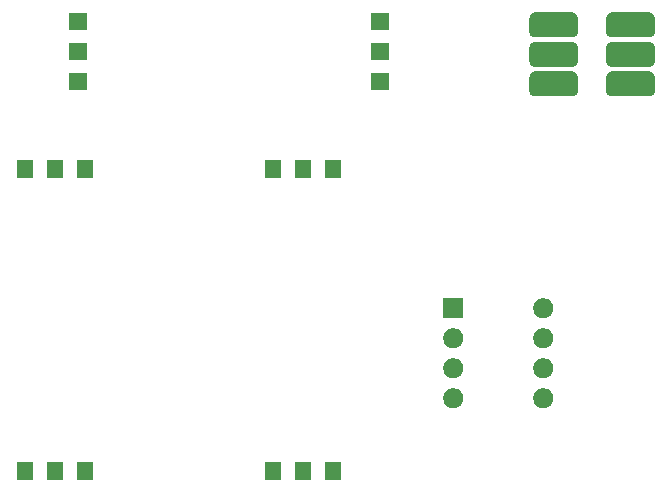
<source format=gbr>
G04 #@! TF.GenerationSoftware,KiCad,Pcbnew,5.1.5+dfsg1-2build2*
G04 #@! TF.CreationDate,2021-12-20T12:08:05-03:00*
G04 #@! TF.ProjectId,prueba,70727565-6261-42e6-9b69-6361645f7063,rev?*
G04 #@! TF.SameCoordinates,Original*
G04 #@! TF.FileFunction,Soldermask,Bot*
G04 #@! TF.FilePolarity,Negative*
%FSLAX46Y46*%
G04 Gerber Fmt 4.6, Leading zero omitted, Abs format (unit mm)*
G04 Created by KiCad (PCBNEW 5.1.5+dfsg1-2build2) date 2021-12-20 12:08:05*
%MOMM*%
%LPD*%
G04 APERTURE LIST*
%ADD10C,0.100000*%
G04 APERTURE END LIST*
D10*
G36*
X128431000Y-89521000D02*
G01*
X127029000Y-89521000D01*
X127029000Y-88019000D01*
X128431000Y-88019000D01*
X128431000Y-89521000D01*
G37*
G36*
X130971000Y-89521000D02*
G01*
X129569000Y-89521000D01*
X129569000Y-88019000D01*
X130971000Y-88019000D01*
X130971000Y-89521000D01*
G37*
G36*
X112511000Y-89521000D02*
G01*
X111109000Y-89521000D01*
X111109000Y-88019000D01*
X112511000Y-88019000D01*
X112511000Y-89521000D01*
G37*
G36*
X109971000Y-89521000D02*
G01*
X108569000Y-89521000D01*
X108569000Y-88019000D01*
X109971000Y-88019000D01*
X109971000Y-89521000D01*
G37*
G36*
X107431000Y-89521000D02*
G01*
X106029000Y-89521000D01*
X106029000Y-88019000D01*
X107431000Y-88019000D01*
X107431000Y-89521000D01*
G37*
G36*
X133511000Y-89521000D02*
G01*
X132109000Y-89521000D01*
X132109000Y-88019000D01*
X133511000Y-88019000D01*
X133511000Y-89521000D01*
G37*
G36*
X150868228Y-81801703D02*
G01*
X151023100Y-81865853D01*
X151162481Y-81958985D01*
X151281015Y-82077519D01*
X151374147Y-82216900D01*
X151438297Y-82371772D01*
X151471000Y-82536184D01*
X151471000Y-82703816D01*
X151438297Y-82868228D01*
X151374147Y-83023100D01*
X151281015Y-83162481D01*
X151162481Y-83281015D01*
X151023100Y-83374147D01*
X150868228Y-83438297D01*
X150703816Y-83471000D01*
X150536184Y-83471000D01*
X150371772Y-83438297D01*
X150216900Y-83374147D01*
X150077519Y-83281015D01*
X149958985Y-83162481D01*
X149865853Y-83023100D01*
X149801703Y-82868228D01*
X149769000Y-82703816D01*
X149769000Y-82536184D01*
X149801703Y-82371772D01*
X149865853Y-82216900D01*
X149958985Y-82077519D01*
X150077519Y-81958985D01*
X150216900Y-81865853D01*
X150371772Y-81801703D01*
X150536184Y-81769000D01*
X150703816Y-81769000D01*
X150868228Y-81801703D01*
G37*
G36*
X143248228Y-81801703D02*
G01*
X143403100Y-81865853D01*
X143542481Y-81958985D01*
X143661015Y-82077519D01*
X143754147Y-82216900D01*
X143818297Y-82371772D01*
X143851000Y-82536184D01*
X143851000Y-82703816D01*
X143818297Y-82868228D01*
X143754147Y-83023100D01*
X143661015Y-83162481D01*
X143542481Y-83281015D01*
X143403100Y-83374147D01*
X143248228Y-83438297D01*
X143083816Y-83471000D01*
X142916184Y-83471000D01*
X142751772Y-83438297D01*
X142596900Y-83374147D01*
X142457519Y-83281015D01*
X142338985Y-83162481D01*
X142245853Y-83023100D01*
X142181703Y-82868228D01*
X142149000Y-82703816D01*
X142149000Y-82536184D01*
X142181703Y-82371772D01*
X142245853Y-82216900D01*
X142338985Y-82077519D01*
X142457519Y-81958985D01*
X142596900Y-81865853D01*
X142751772Y-81801703D01*
X142916184Y-81769000D01*
X143083816Y-81769000D01*
X143248228Y-81801703D01*
G37*
G36*
X143248228Y-79261703D02*
G01*
X143403100Y-79325853D01*
X143542481Y-79418985D01*
X143661015Y-79537519D01*
X143754147Y-79676900D01*
X143818297Y-79831772D01*
X143851000Y-79996184D01*
X143851000Y-80163816D01*
X143818297Y-80328228D01*
X143754147Y-80483100D01*
X143661015Y-80622481D01*
X143542481Y-80741015D01*
X143403100Y-80834147D01*
X143248228Y-80898297D01*
X143083816Y-80931000D01*
X142916184Y-80931000D01*
X142751772Y-80898297D01*
X142596900Y-80834147D01*
X142457519Y-80741015D01*
X142338985Y-80622481D01*
X142245853Y-80483100D01*
X142181703Y-80328228D01*
X142149000Y-80163816D01*
X142149000Y-79996184D01*
X142181703Y-79831772D01*
X142245853Y-79676900D01*
X142338985Y-79537519D01*
X142457519Y-79418985D01*
X142596900Y-79325853D01*
X142751772Y-79261703D01*
X142916184Y-79229000D01*
X143083816Y-79229000D01*
X143248228Y-79261703D01*
G37*
G36*
X150868228Y-79261703D02*
G01*
X151023100Y-79325853D01*
X151162481Y-79418985D01*
X151281015Y-79537519D01*
X151374147Y-79676900D01*
X151438297Y-79831772D01*
X151471000Y-79996184D01*
X151471000Y-80163816D01*
X151438297Y-80328228D01*
X151374147Y-80483100D01*
X151281015Y-80622481D01*
X151162481Y-80741015D01*
X151023100Y-80834147D01*
X150868228Y-80898297D01*
X150703816Y-80931000D01*
X150536184Y-80931000D01*
X150371772Y-80898297D01*
X150216900Y-80834147D01*
X150077519Y-80741015D01*
X149958985Y-80622481D01*
X149865853Y-80483100D01*
X149801703Y-80328228D01*
X149769000Y-80163816D01*
X149769000Y-79996184D01*
X149801703Y-79831772D01*
X149865853Y-79676900D01*
X149958985Y-79537519D01*
X150077519Y-79418985D01*
X150216900Y-79325853D01*
X150371772Y-79261703D01*
X150536184Y-79229000D01*
X150703816Y-79229000D01*
X150868228Y-79261703D01*
G37*
G36*
X143248228Y-76721703D02*
G01*
X143403100Y-76785853D01*
X143542481Y-76878985D01*
X143661015Y-76997519D01*
X143754147Y-77136900D01*
X143818297Y-77291772D01*
X143851000Y-77456184D01*
X143851000Y-77623816D01*
X143818297Y-77788228D01*
X143754147Y-77943100D01*
X143661015Y-78082481D01*
X143542481Y-78201015D01*
X143403100Y-78294147D01*
X143248228Y-78358297D01*
X143083816Y-78391000D01*
X142916184Y-78391000D01*
X142751772Y-78358297D01*
X142596900Y-78294147D01*
X142457519Y-78201015D01*
X142338985Y-78082481D01*
X142245853Y-77943100D01*
X142181703Y-77788228D01*
X142149000Y-77623816D01*
X142149000Y-77456184D01*
X142181703Y-77291772D01*
X142245853Y-77136900D01*
X142338985Y-76997519D01*
X142457519Y-76878985D01*
X142596900Y-76785853D01*
X142751772Y-76721703D01*
X142916184Y-76689000D01*
X143083816Y-76689000D01*
X143248228Y-76721703D01*
G37*
G36*
X150868228Y-76721703D02*
G01*
X151023100Y-76785853D01*
X151162481Y-76878985D01*
X151281015Y-76997519D01*
X151374147Y-77136900D01*
X151438297Y-77291772D01*
X151471000Y-77456184D01*
X151471000Y-77623816D01*
X151438297Y-77788228D01*
X151374147Y-77943100D01*
X151281015Y-78082481D01*
X151162481Y-78201015D01*
X151023100Y-78294147D01*
X150868228Y-78358297D01*
X150703816Y-78391000D01*
X150536184Y-78391000D01*
X150371772Y-78358297D01*
X150216900Y-78294147D01*
X150077519Y-78201015D01*
X149958985Y-78082481D01*
X149865853Y-77943100D01*
X149801703Y-77788228D01*
X149769000Y-77623816D01*
X149769000Y-77456184D01*
X149801703Y-77291772D01*
X149865853Y-77136900D01*
X149958985Y-76997519D01*
X150077519Y-76878985D01*
X150216900Y-76785853D01*
X150371772Y-76721703D01*
X150536184Y-76689000D01*
X150703816Y-76689000D01*
X150868228Y-76721703D01*
G37*
G36*
X150868228Y-74181703D02*
G01*
X151023100Y-74245853D01*
X151162481Y-74338985D01*
X151281015Y-74457519D01*
X151374147Y-74596900D01*
X151438297Y-74751772D01*
X151471000Y-74916184D01*
X151471000Y-75083816D01*
X151438297Y-75248228D01*
X151374147Y-75403100D01*
X151281015Y-75542481D01*
X151162481Y-75661015D01*
X151023100Y-75754147D01*
X150868228Y-75818297D01*
X150703816Y-75851000D01*
X150536184Y-75851000D01*
X150371772Y-75818297D01*
X150216900Y-75754147D01*
X150077519Y-75661015D01*
X149958985Y-75542481D01*
X149865853Y-75403100D01*
X149801703Y-75248228D01*
X149769000Y-75083816D01*
X149769000Y-74916184D01*
X149801703Y-74751772D01*
X149865853Y-74596900D01*
X149958985Y-74457519D01*
X150077519Y-74338985D01*
X150216900Y-74245853D01*
X150371772Y-74181703D01*
X150536184Y-74149000D01*
X150703816Y-74149000D01*
X150868228Y-74181703D01*
G37*
G36*
X143851000Y-75851000D02*
G01*
X142149000Y-75851000D01*
X142149000Y-74149000D01*
X143851000Y-74149000D01*
X143851000Y-75851000D01*
G37*
G36*
X112511000Y-63981000D02*
G01*
X111109000Y-63981000D01*
X111109000Y-62479000D01*
X112511000Y-62479000D01*
X112511000Y-63981000D01*
G37*
G36*
X109971000Y-63981000D02*
G01*
X108569000Y-63981000D01*
X108569000Y-62479000D01*
X109971000Y-62479000D01*
X109971000Y-63981000D01*
G37*
G36*
X128431000Y-63981000D02*
G01*
X127029000Y-63981000D01*
X127029000Y-62479000D01*
X128431000Y-62479000D01*
X128431000Y-63981000D01*
G37*
G36*
X107431000Y-63981000D02*
G01*
X106029000Y-63981000D01*
X106029000Y-62479000D01*
X107431000Y-62479000D01*
X107431000Y-63981000D01*
G37*
G36*
X133511000Y-63981000D02*
G01*
X132109000Y-63981000D01*
X132109000Y-62479000D01*
X133511000Y-62479000D01*
X133511000Y-63981000D01*
G37*
G36*
X130971000Y-63981000D02*
G01*
X129569000Y-63981000D01*
X129569000Y-62479000D01*
X130971000Y-62479000D01*
X130971000Y-63981000D01*
G37*
G36*
X153178210Y-54958489D02*
G01*
X153264950Y-54984802D01*
X153344889Y-55027530D01*
X153414962Y-55085038D01*
X153472470Y-55155111D01*
X153515198Y-55235050D01*
X153541511Y-55321790D01*
X153551000Y-55418140D01*
X153551000Y-56581860D01*
X153541511Y-56678210D01*
X153515198Y-56764950D01*
X153472470Y-56844889D01*
X153414962Y-56914962D01*
X153344889Y-56972470D01*
X153264950Y-57015198D01*
X153178210Y-57041511D01*
X153081860Y-57051000D01*
X149918140Y-57051000D01*
X149821790Y-57041511D01*
X149735050Y-57015198D01*
X149655111Y-56972470D01*
X149585038Y-56914962D01*
X149527530Y-56844889D01*
X149484802Y-56764950D01*
X149458489Y-56678210D01*
X149449000Y-56581860D01*
X149449000Y-55418140D01*
X149458489Y-55321790D01*
X149484802Y-55235050D01*
X149527530Y-55155111D01*
X149585038Y-55085038D01*
X149655111Y-55027530D01*
X149735050Y-54984802D01*
X149821790Y-54958489D01*
X149918140Y-54949000D01*
X153081860Y-54949000D01*
X153178210Y-54958489D01*
G37*
G36*
X159678210Y-54958489D02*
G01*
X159764950Y-54984802D01*
X159844889Y-55027530D01*
X159914962Y-55085038D01*
X159972470Y-55155111D01*
X160015198Y-55235050D01*
X160041511Y-55321790D01*
X160051000Y-55418140D01*
X160051000Y-56581860D01*
X160041511Y-56678210D01*
X160015198Y-56764950D01*
X159972470Y-56844889D01*
X159914962Y-56914962D01*
X159844889Y-56972470D01*
X159764950Y-57015198D01*
X159678210Y-57041511D01*
X159581860Y-57051000D01*
X156418140Y-57051000D01*
X156321790Y-57041511D01*
X156235050Y-57015198D01*
X156155111Y-56972470D01*
X156085038Y-56914962D01*
X156027530Y-56844889D01*
X155984802Y-56764950D01*
X155958489Y-56678210D01*
X155949000Y-56581860D01*
X155949000Y-55418140D01*
X155958489Y-55321790D01*
X155984802Y-55235050D01*
X156027530Y-55155111D01*
X156085038Y-55085038D01*
X156155111Y-55027530D01*
X156235050Y-54984802D01*
X156321790Y-54958489D01*
X156418140Y-54949000D01*
X159581860Y-54949000D01*
X159678210Y-54958489D01*
G37*
G36*
X137521000Y-56511000D02*
G01*
X136019000Y-56511000D01*
X136019000Y-55109000D01*
X137521000Y-55109000D01*
X137521000Y-56511000D01*
G37*
G36*
X111981000Y-56511000D02*
G01*
X110479000Y-56511000D01*
X110479000Y-55109000D01*
X111981000Y-55109000D01*
X111981000Y-56511000D01*
G37*
G36*
X159678210Y-52458489D02*
G01*
X159764950Y-52484802D01*
X159844889Y-52527530D01*
X159914962Y-52585038D01*
X159972470Y-52655111D01*
X160015198Y-52735050D01*
X160041511Y-52821790D01*
X160051000Y-52918140D01*
X160051000Y-54081860D01*
X160041511Y-54178210D01*
X160015198Y-54264950D01*
X159972470Y-54344889D01*
X159914962Y-54414962D01*
X159844889Y-54472470D01*
X159764950Y-54515198D01*
X159678210Y-54541511D01*
X159581860Y-54551000D01*
X156418140Y-54551000D01*
X156321790Y-54541511D01*
X156235050Y-54515198D01*
X156155111Y-54472470D01*
X156085038Y-54414962D01*
X156027530Y-54344889D01*
X155984802Y-54264950D01*
X155958489Y-54178210D01*
X155949000Y-54081860D01*
X155949000Y-52918140D01*
X155958489Y-52821790D01*
X155984802Y-52735050D01*
X156027530Y-52655111D01*
X156085038Y-52585038D01*
X156155111Y-52527530D01*
X156235050Y-52484802D01*
X156321790Y-52458489D01*
X156418140Y-52449000D01*
X159581860Y-52449000D01*
X159678210Y-52458489D01*
G37*
G36*
X153178210Y-52458489D02*
G01*
X153264950Y-52484802D01*
X153344889Y-52527530D01*
X153414962Y-52585038D01*
X153472470Y-52655111D01*
X153515198Y-52735050D01*
X153541511Y-52821790D01*
X153551000Y-52918140D01*
X153551000Y-54081860D01*
X153541511Y-54178210D01*
X153515198Y-54264950D01*
X153472470Y-54344889D01*
X153414962Y-54414962D01*
X153344889Y-54472470D01*
X153264950Y-54515198D01*
X153178210Y-54541511D01*
X153081860Y-54551000D01*
X149918140Y-54551000D01*
X149821790Y-54541511D01*
X149735050Y-54515198D01*
X149655111Y-54472470D01*
X149585038Y-54414962D01*
X149527530Y-54344889D01*
X149484802Y-54264950D01*
X149458489Y-54178210D01*
X149449000Y-54081860D01*
X149449000Y-52918140D01*
X149458489Y-52821790D01*
X149484802Y-52735050D01*
X149527530Y-52655111D01*
X149585038Y-52585038D01*
X149655111Y-52527530D01*
X149735050Y-52484802D01*
X149821790Y-52458489D01*
X149918140Y-52449000D01*
X153081860Y-52449000D01*
X153178210Y-52458489D01*
G37*
G36*
X137521000Y-53971000D02*
G01*
X136019000Y-53971000D01*
X136019000Y-52569000D01*
X137521000Y-52569000D01*
X137521000Y-53971000D01*
G37*
G36*
X111981000Y-53971000D02*
G01*
X110479000Y-53971000D01*
X110479000Y-52569000D01*
X111981000Y-52569000D01*
X111981000Y-53971000D01*
G37*
G36*
X159678210Y-49958489D02*
G01*
X159764950Y-49984802D01*
X159844889Y-50027530D01*
X159914962Y-50085038D01*
X159972470Y-50155111D01*
X160015198Y-50235050D01*
X160041511Y-50321790D01*
X160051000Y-50418140D01*
X160051000Y-51581860D01*
X160041511Y-51678210D01*
X160015198Y-51764950D01*
X159972470Y-51844889D01*
X159914962Y-51914962D01*
X159844889Y-51972470D01*
X159764950Y-52015198D01*
X159678210Y-52041511D01*
X159581860Y-52051000D01*
X156418140Y-52051000D01*
X156321790Y-52041511D01*
X156235050Y-52015198D01*
X156155111Y-51972470D01*
X156085038Y-51914962D01*
X156027530Y-51844889D01*
X155984802Y-51764950D01*
X155958489Y-51678210D01*
X155949000Y-51581860D01*
X155949000Y-50418140D01*
X155958489Y-50321790D01*
X155984802Y-50235050D01*
X156027530Y-50155111D01*
X156085038Y-50085038D01*
X156155111Y-50027530D01*
X156235050Y-49984802D01*
X156321790Y-49958489D01*
X156418140Y-49949000D01*
X159581860Y-49949000D01*
X159678210Y-49958489D01*
G37*
G36*
X153178210Y-49958489D02*
G01*
X153264950Y-49984802D01*
X153344889Y-50027530D01*
X153414962Y-50085038D01*
X153472470Y-50155111D01*
X153515198Y-50235050D01*
X153541511Y-50321790D01*
X153551000Y-50418140D01*
X153551000Y-51581860D01*
X153541511Y-51678210D01*
X153515198Y-51764950D01*
X153472470Y-51844889D01*
X153414962Y-51914962D01*
X153344889Y-51972470D01*
X153264950Y-52015198D01*
X153178210Y-52041511D01*
X153081860Y-52051000D01*
X149918140Y-52051000D01*
X149821790Y-52041511D01*
X149735050Y-52015198D01*
X149655111Y-51972470D01*
X149585038Y-51914962D01*
X149527530Y-51844889D01*
X149484802Y-51764950D01*
X149458489Y-51678210D01*
X149449000Y-51581860D01*
X149449000Y-50418140D01*
X149458489Y-50321790D01*
X149484802Y-50235050D01*
X149527530Y-50155111D01*
X149585038Y-50085038D01*
X149655111Y-50027530D01*
X149735050Y-49984802D01*
X149821790Y-49958489D01*
X149918140Y-49949000D01*
X153081860Y-49949000D01*
X153178210Y-49958489D01*
G37*
G36*
X111981000Y-51431000D02*
G01*
X110479000Y-51431000D01*
X110479000Y-50029000D01*
X111981000Y-50029000D01*
X111981000Y-51431000D01*
G37*
G36*
X137521000Y-51431000D02*
G01*
X136019000Y-51431000D01*
X136019000Y-50029000D01*
X137521000Y-50029000D01*
X137521000Y-51431000D01*
G37*
M02*

</source>
